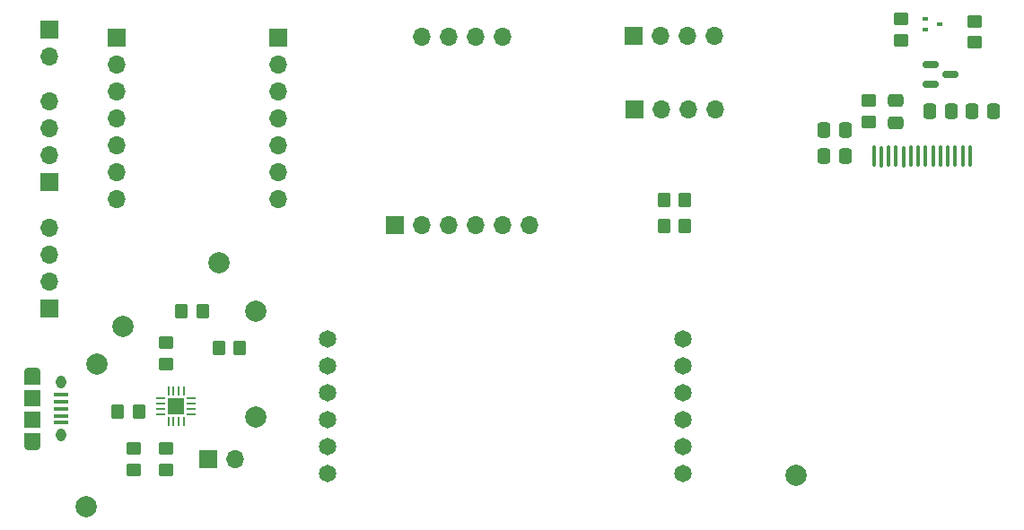
<source format=gbr>
%TF.GenerationSoftware,KiCad,Pcbnew,(6.0.4)*%
%TF.CreationDate,2022-11-18T09:58:05-05:00*%
%TF.ProjectId,NFFPCB,4e464650-4342-42e6-9b69-6361645f7063,rev?*%
%TF.SameCoordinates,Original*%
%TF.FileFunction,Soldermask,Top*%
%TF.FilePolarity,Negative*%
%FSLAX46Y46*%
G04 Gerber Fmt 4.6, Leading zero omitted, Abs format (unit mm)*
G04 Created by KiCad (PCBNEW (6.0.4)) date 2022-11-18 09:58:05*
%MOMM*%
%LPD*%
G01*
G04 APERTURE LIST*
G04 Aperture macros list*
%AMRoundRect*
0 Rectangle with rounded corners*
0 $1 Rounding radius*
0 $2 $3 $4 $5 $6 $7 $8 $9 X,Y pos of 4 corners*
0 Add a 4 corners polygon primitive as box body*
4,1,4,$2,$3,$4,$5,$6,$7,$8,$9,$2,$3,0*
0 Add four circle primitives for the rounded corners*
1,1,$1+$1,$2,$3*
1,1,$1+$1,$4,$5*
1,1,$1+$1,$6,$7*
1,1,$1+$1,$8,$9*
0 Add four rect primitives between the rounded corners*
20,1,$1+$1,$2,$3,$4,$5,0*
20,1,$1+$1,$4,$5,$6,$7,0*
20,1,$1+$1,$6,$7,$8,$9,0*
20,1,$1+$1,$8,$9,$2,$3,0*%
G04 Aperture macros list end*
%ADD10C,2.000000*%
%ADD11C,1.651000*%
%ADD12R,1.700000X1.700000*%
%ADD13O,1.700000X1.700000*%
%ADD14RoundRect,0.250000X-0.350000X-0.450000X0.350000X-0.450000X0.350000X0.450000X-0.350000X0.450000X0*%
%ADD15RoundRect,0.062500X0.062500X-0.375000X0.062500X0.375000X-0.062500X0.375000X-0.062500X-0.375000X0*%
%ADD16RoundRect,0.062500X0.375000X-0.062500X0.375000X0.062500X-0.375000X0.062500X-0.375000X-0.062500X0*%
%ADD17R,1.600000X1.600000*%
%ADD18RoundRect,0.250000X0.337500X0.475000X-0.337500X0.475000X-0.337500X-0.475000X0.337500X-0.475000X0*%
%ADD19R,0.510000X0.400000*%
%ADD20R,1.350000X0.400000*%
%ADD21O,0.950000X1.250000*%
%ADD22O,1.550000X0.890000*%
%ADD23R,1.550000X1.500000*%
%ADD24R,1.550000X1.200000*%
%ADD25RoundRect,0.250000X0.450000X-0.350000X0.450000X0.350000X-0.450000X0.350000X-0.450000X-0.350000X0*%
%ADD26RoundRect,0.250000X0.475000X-0.337500X0.475000X0.337500X-0.475000X0.337500X-0.475000X-0.337500X0*%
%ADD27RoundRect,0.087500X-0.087500X-0.912500X0.087500X-0.912500X0.087500X0.912500X-0.087500X0.912500X0*%
%ADD28RoundRect,0.150000X-0.587500X-0.150000X0.587500X-0.150000X0.587500X0.150000X-0.587500X0.150000X0*%
%ADD29RoundRect,0.250000X-0.450000X0.350000X-0.450000X-0.350000X0.450000X-0.350000X0.450000X0.350000X0*%
G04 APERTURE END LIST*
D10*
%TO.C,TPVUSB1*%
X60500000Y-74000000D03*
%TD*%
%TO.C,TPVSYS1*%
X75500000Y-79000000D03*
%TD*%
%TO.C,TPISET1*%
X59500000Y-87500000D03*
%TD*%
%TO.C,TPILIM1*%
X63000000Y-70500000D03*
%TD*%
%TO.C,TPBATTRAW1*%
X126500000Y-84500000D03*
%TD*%
%TO.C,TP!PGOOD1*%
X75500000Y-69000000D03*
%TD*%
%TO.C,TP!CHG1*%
X72000000Y-64500000D03*
%TD*%
D11*
%TO.C,MOD1*%
X115764000Y-79270000D03*
X82236000Y-76730000D03*
X115764000Y-76730000D03*
X82236000Y-79270000D03*
X82236000Y-74190000D03*
X82236000Y-71650000D03*
X82236000Y-81810000D03*
X82236000Y-84350000D03*
X115764000Y-71650000D03*
X115764000Y-74190000D03*
X115764000Y-81810000D03*
X115764000Y-84350000D03*
%TD*%
D12*
%TO.C,U1*%
X111120000Y-43000000D03*
D13*
X113660000Y-43000000D03*
X116200000Y-43000000D03*
X118740000Y-43000000D03*
%TD*%
D14*
%TO.C,R8*%
X72000000Y-72500000D03*
X74000000Y-72500000D03*
%TD*%
D15*
%TO.C,U4*%
X67250000Y-79437500D03*
X67750000Y-79437500D03*
X68250000Y-79437500D03*
X68750000Y-79437500D03*
D16*
X69437500Y-78750000D03*
X69437500Y-78250000D03*
X69437500Y-77750000D03*
X69437500Y-77250000D03*
D15*
X68750000Y-76562500D03*
X68250000Y-76562500D03*
X67750000Y-76562500D03*
X67250000Y-76562500D03*
D16*
X66562500Y-77250000D03*
X66562500Y-77750000D03*
X66562500Y-78250000D03*
X66562500Y-78750000D03*
D17*
X68000000Y-78000000D03*
%TD*%
D18*
%TO.C,C1*%
X145137500Y-50191000D03*
X143062500Y-50191000D03*
%TD*%
%TO.C,C4*%
X131137500Y-51925000D03*
X129062500Y-51925000D03*
%TD*%
D12*
%TO.C,J5*%
X56000000Y-56800000D03*
D13*
X56000000Y-54260000D03*
X56000000Y-51720000D03*
X56000000Y-49180000D03*
%TD*%
D19*
%TO.C,Q1*%
X138705000Y-41425000D03*
X138705000Y-42425000D03*
X139995000Y-41925000D03*
%TD*%
D12*
%TO.C,J4*%
X56000000Y-68800000D03*
D13*
X56000000Y-66260000D03*
X56000000Y-63720000D03*
X56000000Y-61180000D03*
%TD*%
D12*
%TO.C,J3*%
X56000000Y-42460000D03*
D13*
X56000000Y-45000000D03*
%TD*%
D14*
%TO.C,R7*%
X68500000Y-69000000D03*
X70500000Y-69000000D03*
%TD*%
D20*
%TO.C,J1*%
X57150000Y-76950000D03*
X57150000Y-77600000D03*
X57150000Y-78250000D03*
X57150000Y-78900000D03*
X57150000Y-79550000D03*
D21*
X57150000Y-75750000D03*
D22*
X54450000Y-81750000D03*
D23*
X54450000Y-77250000D03*
D21*
X57150000Y-80750000D03*
D24*
X54450000Y-81150000D03*
D22*
X54450000Y-74750000D03*
D24*
X54450000Y-75350000D03*
D23*
X54450000Y-79250000D03*
%TD*%
D25*
%TO.C,R10*%
X143350000Y-43675000D03*
X143350000Y-41675000D03*
%TD*%
D18*
%TO.C,C5*%
X131137500Y-54425000D03*
X129062500Y-54425000D03*
%TD*%
D14*
%TO.C,R1*%
X62500000Y-78500000D03*
X64500000Y-78500000D03*
%TD*%
D25*
%TO.C,R3*%
X64000000Y-84000000D03*
X64000000Y-82000000D03*
%TD*%
D26*
%TO.C,C2*%
X135850000Y-51212500D03*
X135850000Y-49137500D03*
%TD*%
D12*
%TO.C,U2*%
X62380000Y-43189500D03*
D13*
X62380000Y-45729500D03*
X62380000Y-48269500D03*
X62380000Y-50809500D03*
X62380000Y-53349500D03*
X62380000Y-55889500D03*
X62380000Y-58429500D03*
X77620000Y-58429500D03*
X77620000Y-55889500D03*
X77620000Y-53349500D03*
X77620000Y-50809500D03*
X77620000Y-48269500D03*
X77620000Y-45729500D03*
D12*
X77620000Y-43189500D03*
%TD*%
%TO.C,J2*%
X71000000Y-83000000D03*
D13*
X73540000Y-83000000D03*
%TD*%
D25*
%TO.C,R11*%
X133350000Y-51175000D03*
X133350000Y-49175000D03*
%TD*%
D27*
%TO.C,U6*%
X142900000Y-54425000D03*
X142200000Y-54425000D03*
X141500000Y-54425000D03*
X140800000Y-54425000D03*
X140100000Y-54425000D03*
X139400000Y-54425000D03*
X138700000Y-54425000D03*
X138000000Y-54425000D03*
X137300000Y-54425000D03*
X136600000Y-54430128D03*
X135900000Y-54425000D03*
X135200000Y-54425000D03*
X134500000Y-54430128D03*
X133800000Y-54425000D03*
%TD*%
D25*
%TO.C,R5*%
X67000000Y-84000000D03*
X67000000Y-82000000D03*
%TD*%
D14*
%TO.C,R4*%
X114000000Y-58500000D03*
X116000000Y-58500000D03*
%TD*%
D25*
%TO.C,R9*%
X136350000Y-43425000D03*
X136350000Y-41425000D03*
%TD*%
D18*
%TO.C,C3*%
X141137500Y-50191000D03*
X139062500Y-50191000D03*
%TD*%
D14*
%TO.C,R6*%
X114000000Y-61000000D03*
X116000000Y-61000000D03*
%TD*%
D28*
%TO.C,Q2*%
X139162500Y-45725000D03*
X139162500Y-47625000D03*
X141037500Y-46675000D03*
%TD*%
D13*
%TO.C,U3*%
X98810000Y-43110000D03*
X96270000Y-43110000D03*
X93730000Y-43110000D03*
X91190000Y-43110000D03*
D12*
X88650000Y-60890000D03*
D13*
X91190000Y-60890000D03*
X93730000Y-60890000D03*
X96270000Y-60890000D03*
X98810000Y-60890000D03*
X101350000Y-60890000D03*
%TD*%
D29*
%TO.C,R2*%
X67000000Y-72000000D03*
X67000000Y-74000000D03*
%TD*%
D12*
%TO.C,U5*%
X111200000Y-50000000D03*
D13*
X113740000Y-50000000D03*
X116280000Y-50000000D03*
X118820000Y-50000000D03*
%TD*%
M02*

</source>
